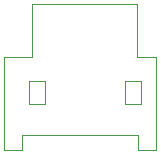
<source format=gbr>
G04 #@! TF.FileFunction,Profile,NP*
%FSLAX46Y46*%
G04 Gerber Fmt 4.6, Leading zero omitted, Abs format (unit mm)*
G04 Created by KiCad (PCBNEW 4.0.1-3.201512221402+6198~38~ubuntu14.04.1-stable) date mån 28 dec 2015 02:15:22*
%MOMM*%
G01*
G04 APERTURE LIST*
%ADD10C,0.100000*%
G04 APERTURE END LIST*
D10*
X61136000Y-12373000D02*
X59675800Y-12373000D01*
X70956000Y-12373000D02*
X72550000Y-12373000D01*
X70956000Y-11097200D02*
X70956000Y-12373000D01*
X61136000Y-11097200D02*
X70956000Y-11097200D01*
X61136000Y-12373000D02*
X61136000Y-11097200D01*
X71230000Y-8465000D02*
X71230000Y-6565000D01*
X69880000Y-8465000D02*
X71230000Y-8465000D01*
X69880000Y-6565000D02*
X69880000Y-8465000D01*
X71230000Y-6565000D02*
X69880000Y-6565000D01*
X61790000Y-6565000D02*
X61790000Y-8465000D01*
X63140000Y-6565000D02*
X61790000Y-6565000D01*
X63140000Y-8465000D02*
X63140000Y-6565000D01*
X61790000Y-8465000D02*
X63140000Y-8465000D01*
X62038000Y0D02*
X70928000Y0D01*
X62038000Y-4500000D02*
X59675800Y-4500000D01*
X62038000Y0D02*
X62038000Y-4500000D01*
X70928000Y-4500000D02*
X72550000Y-4500000D01*
X70928000Y0D02*
X70928000Y-4500000D01*
X72550000Y-4500000D02*
X72550000Y-12373000D01*
X59675800Y-12373000D02*
X59675800Y-4500000D01*
M02*

</source>
